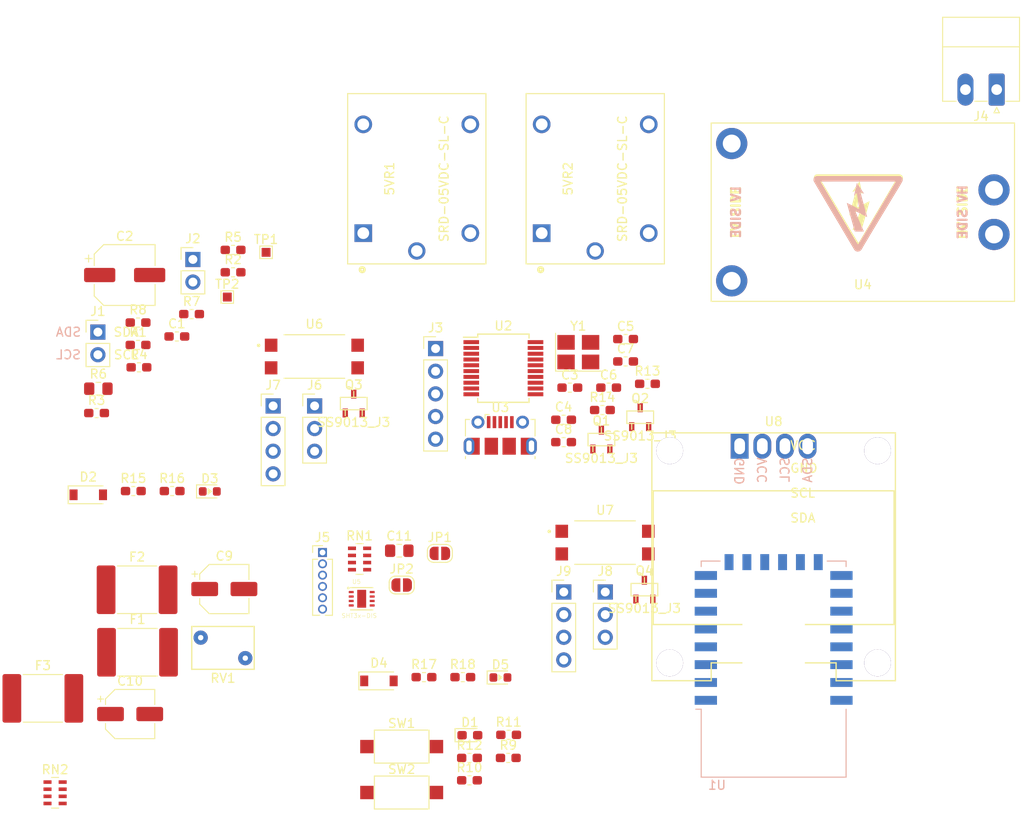
<source format=kicad_pcb>
(kicad_pcb (version 20171130) (host pcbnew 5.1.2-f72e74a~84~ubuntu18.04.1)
  (layers (0 F.Cu signal) (31 B.Cu signal) (34 B.Paste user) (35 F.Paste user) (36 B.SilkS user) (37 F.SilkS user) (38 B.Mask user) (39 F.Mask user) (44 Edge.Cuts user))
  (net 0 "")
  (net 1 /relay1/NC1)
  (net 2 /relay1/NO1)
  (net 3 "Net-(5VR1-PadA2)")
  (net 4 /relay1/COM1)
  (net 5 +5V)
  (net 6 /relay2/NC1)
  (net 7 /relay2/NO1)
  (net 8 "Net-(5VR2-PadA2)")
  (net 9 /relay2/COM1)
  (net 10 GND)
  (net 11 /ESP-12/nRST)
  (net 12 +3V3)
  (net 13 "Net-(C6-Pad1)")
  (net 14 "Net-(C7-Pad1)")
  (net 15 "Net-(C8-Pad1)")
  (net 16 "Net-(C10-Pad2)")
  (net 17 "Net-(D1-Pad2)")
  (net 18 /ESP-12/GPIO16)
  (net 19 /relay1/IN1)
  (net 20 "Net-(D3-Pad2)")
  (net 21 /relay2/IN1)
  (net 22 "Net-(D5-Pad2)")
  (net 23 "Net-(F1-Pad1)")
  (net 24 "Net-(F2-Pad2)")
  (net 25 "Net-(F2-Pad1)")
  (net 26 "Net-(F3-Pad2)")
  (net 27 /ESP-12/SCL)
  (net 28 /ESP-12/SDA)
  (net 29 /ESP-12/GPIO2)
  (net 30 /ESP-12/usb_to_uart/ID)
  (net 31 /ESP-12/usb_to_uart/USB_P)
  (net 32 /ESP-12/usb_to_uart/USB_N)
  (net 33 VBUS)
  (net 34 "Net-(J4-Pad2)")
  (net 35 /sensor/NRST)
  (net 36 /sensor/ALERT)
  (net 37 /sensor/SCL)
  (net 38 /sensor/SDA)
  (net 39 "Net-(JP1-Pad2)")
  (net 40 /sensor/ADDR)
  (net 41 "Net-(Q1-Pad1)")
  (net 42 /ESP-12/usb_to_uart/RTS)
  (net 43 "Net-(Q2-Pad1)")
  (net 44 /ESP-12/GPIO0)
  (net 45 /ESP-12/usb_to_uart/DTR)
  (net 46 "Net-(Q3-Pad1)")
  (net 47 "Net-(Q4-Pad1)")
  (net 48 /ESP-12/RXD)
  (net 49 /ESP-12/usb_to_uart/RXD0)
  (net 50 /ESP-12/EN)
  (net 51 /ESP-12/ADC)
  (net 52 /ESP-12/GPIO15)
  (net 53 "Net-(R10-Pad2)")
  (net 54 "Net-(R11-Pad2)")
  (net 55 "Net-(R15-Pad2)")
  (net 56 "Net-(R16-Pad2)")
  (net 57 "Net-(R17-Pad2)")
  (net 58 "Net-(R18-Pad2)")
  (net 59 /ssd1306/SDA)
  (net 60 /ssd1306/SCL)
  (net 61 /ESP-12/TXD)
  (module footprint-lib:OLED_096_12864_SSD1306_LOW (layer F.Cu) (at 40 50)
    (fp_text reference U8 (at 0 -2.77) (layer F.SilkS))
    (fp_text value SSD1306-OLED-I2C)
    (fp_text user GND (at 3.397238 2.4638) (layer F.SilkS))
    (fp_text user VCC (at 3.302 -0.0762) (layer F.SilkS))
    (fp_text user SCL (at 3.254381 5.2578) (layer F.SilkS))
    (fp_text user SDA (at 3.278191 8.0518) (layer F.SilkS))
    (fp_text user VCC (at -1.27 2.698762 90) (layer B.SilkS) (effects (justify mirror)))
    (fp_text user GND (at -3.81 2.794 90) (layer B.SilkS) (effects (justify mirror)))
    (fp_text user SDA (at 3.81 2.674952 90) (layer B.SilkS) (effects (justify mirror)))
    (fp_text user SCL (at 1.27 2.651143 90) (layer B.SilkS) (effects (justify mirror)))
    (pad GND thru_hole rect (at -3.81 0) (size 2 2.8) (drill oval 1.2 1.8) (layers *.Cu *.Mask) (net 10 GND))
    (pad VCC thru_hole oval (at -1.27 0) (size 2 2.8) (drill oval 1.2 1.8) (layers *.Cu *.Mask) (net 12 +3V3))
    (pad SCL thru_hole oval (at 1.27 0) (size 2 2.8) (drill oval 1.2 1.8) (layers *.Cu *.Mask) (net 60 /ssd1306/SCL))
    (pad SDA thru_hole oval (at 3.81 0) (size 2 2.8) (drill oval 1.2 1.8) (layers *.Cu *.Mask) (net 59 /ssd1306/SDA))
    (pad "" thru_hole circle (at -11.65 24.3) (size 3 3) (drill 3) (layers *.Cu *.Mask) (clearance 0.5))
    (pad "" thru_hole circle (at 11.65 24.3) (size 3 3) (drill 3) (layers *.Cu *.Mask) (clearance 0.5))
    (pad "" thru_hole circle (at -11.65 0.5) (size 3 3) (drill 3) (layers *.Cu *.Mask) (clearance 0.5))
    (pad "" thru_hole circle (at 11.65 0.5) (size 3 3) (drill 3) (layers *.Cu *.Mask) (clearance 0.5))
  )
  (module footprint-lib:OSC_3225 (layer F.Cu) (at 18.105 39.45)
    (fp_text reference Y1 (at 0 -2.925) (layer F.SilkS))
    (fp_text value O_12M,3225)
    (pad 1 smd rect (at -1.375 1.1) (size 1.95 1.65) (layers F.Cu F.Paste F.Mask) (net 15 "Net-(C8-Pad1)"))
    (pad 2 smd rect (at 1.375 1.1) (size 1.95 1.65) (layers F.Cu F.Paste F.Mask) (net 10 GND))
    (pad 3 smd rect (at 1.375 -1.1) (size 1.95 1.65) (layers F.Cu F.Paste F.Mask) (net 14 "Net-(C7-Pad1)"))
    (pad 2 smd rect (at -1.375 -1.1) (size 1.95 1.65) (layers F.Cu F.Paste F.Mask) (net 10 GND))
  )
  (module footprint-lib:EL817S1 (layer F.Cu) (at 21.1 60.81)
    (fp_text reference U7 (at 0 -3.635) (layer F.SilkS))
    (fp_text value EL817S1 hide)
    (pad 4 smd rect (at 4.85 -1.27 180) (size 1.41 1.47) (layers F.Cu F.Paste F.Mask) (net 5 +5V))
    (pad 3 smd rect (at 4.85 1.27 180) (size 1.41 1.47) (layers F.Cu F.Paste F.Mask) (net 58 "Net-(R18-Pad2)"))
    (pad 2 smd rect (at -4.85 1.27) (size 1.41 1.47) (layers F.Cu F.Paste F.Mask) (net 22 "Net-(D5-Pad2)"))
    (pad 1 smd rect (at -4.85 -1.27) (size 1.41 1.47) (layers F.Cu F.Paste F.Mask) (net 57 "Net-(R17-Pad2)"))
  )
  (module footprint-lib:EL817S1 (layer F.Cu) (at -11.48 39.94)
    (fp_text reference U6 (at 0 -3.635) (layer F.SilkS))
    (fp_text value EL817S1 hide)
    (pad 4 smd rect (at 4.85 -1.27 180) (size 1.41 1.47) (layers F.Cu F.Paste F.Mask) (net 5 +5V))
    (pad 3 smd rect (at 4.85 1.27 180) (size 1.41 1.47) (layers F.Cu F.Paste F.Mask) (net 56 "Net-(R16-Pad2)"))
    (pad 2 smd rect (at -4.85 1.27) (size 1.41 1.47) (layers F.Cu F.Paste F.Mask) (net 20 "Net-(D3-Pad2)"))
    (pad 1 smd rect (at -4.85 -1.27) (size 1.41 1.47) (layers F.Cu F.Paste F.Mask) (net 55 "Net-(R15-Pad2)"))
  )
  (module footprint-lib:SHT3x-DIS (layer F.Cu) (at -6.1765 67.1085)
    (fp_text reference U5 (at -0.583644 -1.91413) (layer F.SilkS) (effects (font (size 0.482349 0.482349) (thickness 0.05))))
    (fp_text value SHT3x-DIS (at -0.27733 1.90426) (layer F.SilkS) (effects (font (size 0.482296 0.482296) (thickness 0.05))))
    (pad PAD smd rect (at 0 0) (size 1 2) (layers F.Cu F.Paste F.Mask) (net 10 GND))
    (pad 5 smd rect (at 1.175 0.75) (size 0.55 0.25) (layers F.Cu F.Paste F.Mask) (net 12 +3V3))
    (pad 6 smd rect (at 1.175 0.25) (size 0.55 0.25) (layers F.Cu F.Paste F.Mask) (net 35 /sensor/NRST))
    (pad 7 smd rect (at 1.175 -0.25) (size 0.55 0.25) (layers F.Cu F.Paste F.Mask) (net 10 GND))
    (pad 8 smd rect (at 1.175 -0.75) (size 0.55 0.25) (layers F.Cu F.Paste F.Mask) (net 10 GND))
    (pad 4 smd rect (at -1.175 0.75) (size 0.55 0.25) (layers F.Cu F.Paste F.Mask) (net 37 /sensor/SCL))
    (pad 3 smd rect (at -1.175 0.25) (size 0.55 0.25) (layers F.Cu F.Paste F.Mask) (net 36 /sensor/ALERT))
    (pad 2 smd rect (at -1.175 -0.25) (size 0.55 0.25) (layers F.Cu F.Paste F.Mask) (net 40 /sensor/ADDR))
    (pad 1 smd rect (at -1.175 -0.75) (size 0.55 0.25) (layers F.Cu F.Paste F.Mask) (net 38 /sensor/SDA))
  )
  (module footprint-lib:HLK-PM03 (layer F.Cu) (at 50.000001 23.75 180)
    (fp_text reference U4 (at 0 -8.128) (layer F.SilkS))
    (fp_text value HLK-PM03)
    (fp_text user "LV SIDE" (at 14.224 0 270) (layer F.SilkS) (effects (font (thickness 0.25))))
    (fp_text user "LV SIDE" (at 14.224 0 270) (layer B.SilkS) (effects (font (thickness 0.25)) (justify mirror)))
    (fp_text user "HV SIDE" (at -11.176 0 270) (layer B.SilkS) (effects (font (thickness 0.25)) (justify mirror)))
    (fp_text user "HV SIDE" (at -11.176 0 90) (layer F.SilkS) (effects (font (thickness 0.25))))
    (pad 1 thru_hole circle (at -14.7 -2.5 180) (size 3.5 3.5) (drill 2) (layers *.Cu *.Mask) (net 34 "Net-(J4-Pad2)"))
    (pad 2 thru_hole circle (at -14.7 2.5 180) (size 3.5 3.5) (drill 2) (layers *.Cu *.Mask) (net 25 "Net-(F2-Pad1)"))
    (pad 3 thru_hole circle (at 14.7 -7.7 180) (size 3.5 3.5) (drill 2) (layers *.Cu *.Mask) (net 16 "Net-(C10-Pad2)"))
    (pad 4 thru_hole circle (at 14.7 7.7 180) (size 3.5 3.5) (drill 2) (layers *.Cu *.Mask) (net 23 "Net-(F1-Pad1)"))
  )
  (module footprint-lib:USB_Micro-B_Molex-105017-0001 (layer F.Cu) (at 9.355 48.76)
    (fp_text reference U3 (at 0 -3.1125) (layer F.SilkS))
    (fp_text value USB_Micro)
    (pad 6 smd rect (at -2.9 1.2375) (size 1.2 1.9) (layers F.Cu F.Mask) (net 10 GND))
    (pad 7 smd rect (at 2.9 1.2375) (size 1.2 1.9) (layers F.Cu F.Mask) (net 10 GND))
    (pad 7 thru_hole oval (at 3.5 1.2375) (size 1.2 1.9) (drill oval 0.6 1.3) (layers *.Cu *.Mask) (net 10 GND))
    (pad 6 thru_hole oval (at -3.5 1.2375 180) (size 1.2 1.9) (drill oval 0.6 1.3) (layers *.Cu *.Mask) (net 10 GND))
    (pad 6 smd rect (at -1 1.2375) (size 1.5 1.9) (layers F.Cu F.Paste F.Mask) (net 10 GND))
    (pad 9 thru_hole circle (at 2.5 -1.4625) (size 1.45 1.45) (drill 0.85) (layers *.Cu *.Mask) (net 10 GND))
    (pad 3 smd rect (at 0 -1.4625) (size 0.4 1.35) (layers F.Cu F.Paste F.Mask) (net 31 /ESP-12/usb_to_uart/USB_P))
    (pad 4 smd rect (at 0.65 -1.4625) (size 0.4 1.35) (layers F.Cu F.Paste F.Mask) (net 30 /ESP-12/usb_to_uart/ID))
    (pad 5 smd rect (at 1.3 -1.4625) (size 0.4 1.35) (layers F.Cu F.Paste F.Mask) (net 10 GND))
    (pad 1 smd rect (at -1.3 -1.4625) (size 0.4 1.35) (layers F.Cu F.Paste F.Mask) (net 33 VBUS))
    (pad 2 smd rect (at -0.65 -1.4625) (size 0.4 1.35) (layers F.Cu F.Paste F.Mask) (net 32 /ESP-12/usb_to_uart/USB_N))
    (pad 8 thru_hole circle (at -2.5 -1.4625) (size 1.45 1.45) (drill 0.85) (layers *.Cu *.Mask) (net 10 GND))
    (pad 7 smd rect (at 1 1.2375) (size 1.5 1.9) (layers F.Cu F.Paste F.Mask) (net 10 GND))
  )
  (module footprint-lib:CH340T_SSOP-20 (layer F.Cu) (at 9.705 41.25)
    (fp_text reference U2 (at 0 -4.75) (layer F.SilkS))
    (fp_text value CH340T)
    (pad 20 smd rect (at 3.6 -2.925) (size 1.75 0.45) (layers F.Cu F.Paste F.Mask))
    (pad 19 smd rect (at 3.6 -2.275) (size 1.75 0.45) (layers F.Cu F.Paste F.Mask) (net 5 +5V))
    (pad 18 smd rect (at 3.6 -1.625) (size 1.75 0.45) (layers F.Cu F.Paste F.Mask))
    (pad 17 smd rect (at 3.6 -0.975) (size 1.75 0.45) (layers F.Cu F.Paste F.Mask))
    (pad 16 smd rect (at 3.6 -0.325) (size 1.75 0.45) (layers F.Cu F.Paste F.Mask) (net 42 /ESP-12/usb_to_uart/RTS))
    (pad 15 smd rect (at 3.6 0.325) (size 1.75 0.45) (layers F.Cu F.Paste F.Mask) (net 45 /ESP-12/usb_to_uart/DTR))
    (pad 14 smd rect (at 3.6 0.975) (size 1.75 0.45) (layers F.Cu F.Paste F.Mask))
    (pad 13 smd rect (at 3.6 1.625) (size 1.75 0.45) (layers F.Cu F.Paste F.Mask))
    (pad 12 smd rect (at 3.6 2.275) (size 1.75 0.45) (layers F.Cu F.Paste F.Mask))
    (pad 11 smd rect (at 3.6 2.925) (size 1.75 0.45) (layers F.Cu F.Paste F.Mask))
    (pad 10 smd rect (at -3.6 2.925) (size 1.75 0.45) (layers F.Cu F.Paste F.Mask) (net 15 "Net-(C8-Pad1)"))
    (pad 9 smd rect (at -3.6 2.275) (size 1.75 0.45) (layers F.Cu F.Paste F.Mask) (net 14 "Net-(C7-Pad1)"))
    (pad 8 smd rect (at -3.6 1.625) (size 1.75 0.45) (layers F.Cu F.Paste F.Mask) (net 10 GND))
    (pad 7 smd rect (at -3.6 0.975) (size 1.75 0.45) (layers F.Cu F.Paste F.Mask) (net 32 /ESP-12/usb_to_uart/USB_N))
    (pad 6 smd rect (at -3.6 0.325) (size 1.75 0.45) (layers F.Cu F.Paste F.Mask) (net 31 /ESP-12/usb_to_uart/USB_P))
    (pad 5 smd rect (at -3.6 -0.325) (size 1.75 0.45) (layers F.Cu F.Paste F.Mask) (net 13 "Net-(C6-Pad1)"))
    (pad 4 smd rect (at -3.6 -0.975) (size 1.75 0.45) (layers F.Cu F.Paste F.Mask) (net 49 /ESP-12/usb_to_uart/RXD0))
    (pad 3 smd rect (at -3.6 -1.625) (size 1.75 0.45) (layers F.Cu F.Paste F.Mask) (net 61 /ESP-12/TXD))
    (pad 2 smd rect (at -3.6 -2.275) (size 1.75 0.45) (layers F.Cu F.Paste F.Mask))
    (pad 1 smd rect (at -3.6 -2.925) (size 1.75 0.45) (layers F.Cu F.Paste F.Mask))
  )
  (module footprint-lib:ESP-12E (layer B.Cu) (at 40 75)
    (fp_text reference U1 (at -6.35 13.0175) (layer B.SilkS) (effects (justify mirror)))
    (fp_text value ESP12)
    (pad "" np_thru_hole oval (at 0 -3.048 270) (size 12 7) (drill oval 12 7) (layers *.Cu *.Mask) (clearance 1))
    (pad 1 smd rect (at -7.6 3.5) (size 2.5 1) (layers B.Cu B.Paste B.Mask) (net 11 /ESP-12/nRST))
    (pad 2 smd rect (at -7.6 1.5) (size 2.5 1) (layers B.Cu B.Paste B.Mask) (net 51 /ESP-12/ADC))
    (pad 3 smd rect (at -7.6 -0.5) (size 2.5 1) (layers B.Cu B.Paste B.Mask) (net 50 /ESP-12/EN))
    (pad 4 smd rect (at -7.6 -2.5) (size 2.5 1) (layers B.Cu B.Paste B.Mask) (net 18 /ESP-12/GPIO16))
    (pad 5 smd rect (at -7.6 -4.5) (size 2.5 1) (layers B.Cu B.Paste B.Mask))
    (pad 6 smd rect (at -7.6 -6.5) (size 2.5 1) (layers B.Cu B.Paste B.Mask))
    (pad 7 smd rect (at -7.6 -8.5) (size 2.5 1) (layers B.Cu B.Paste B.Mask))
    (pad 8 smd rect (at -7.6 -10.5) (size 2.5 1) (layers B.Cu B.Paste B.Mask) (net 12 +3V3))
    (pad 9 smd rect (at -5 -12) (size 1 1.8) (layers B.Cu B.Paste B.Mask))
    (pad 10 smd rect (at -3 -12) (size 1 1.8) (layers B.Cu B.Paste B.Mask))
    (pad 11 smd rect (at -1 -12) (size 1 1.8) (layers B.Cu B.Paste B.Mask))
    (pad 12 smd rect (at 1 -12) (size 1 1.8) (layers B.Cu B.Paste B.Mask))
    (pad 13 smd rect (at 3 -12) (size 1 1.8) (layers B.Cu B.Paste B.Mask))
    (pad 14 smd rect (at 5 -12) (size 1 1.8) (layers B.Cu B.Paste B.Mask))
    (pad 15 smd rect (at 7.6 -10.5) (size 2.5 1) (layers B.Cu B.Paste B.Mask) (net 10 GND))
    (pad 16 smd rect (at 7.6 -8.5) (size 2.5 1) (layers B.Cu B.Paste B.Mask) (net 52 /ESP-12/GPIO15))
    (pad 17 smd rect (at 7.6 -6.5) (size 2.5 1) (layers B.Cu B.Paste B.Mask) (net 29 /ESP-12/GPIO2))
    (pad 18 smd rect (at 7.6 -4.5) (size 2.5 1) (layers B.Cu B.Paste B.Mask) (net 44 /ESP-12/GPIO0))
    (pad 19 smd rect (at 7.6 -2.5) (size 2.5 1) (layers B.Cu B.Paste B.Mask) (net 28 /ESP-12/SDA))
    (pad 20 smd rect (at 7.6 -0.5) (size 2.5 1) (layers B.Cu B.Paste B.Mask) (net 27 /ESP-12/SCL))
    (pad 21 smd rect (at 7.6 1.5) (size 2.5 1) (layers B.Cu B.Paste B.Mask) (net 48 /ESP-12/RXD))
    (pad 22 smd rect (at 7.6 3.5) (size 2.5 1) (layers B.Cu B.Paste B.Mask) (net 61 /ESP-12/TXD))
  )
  (module TestPoint:TestPoint_Pad_1.0x1.0mm (layer F.Cu) (at -21.245 33.27)
    (fp_text reference TP2 (at 0 -1.448) (layer F.SilkS))
    (fp_text value TP_TXD)
    (pad 1 smd rect (at 0 0) (size 1 1) (layers F.Cu F.Mask) (net 61 /ESP-12/TXD))
  )
  (module TestPoint:TestPoint_Pad_1.0x1.0mm (layer F.Cu) (at -16.895 28.25)
    (fp_text reference TP1 (at 0 -1.448) (layer F.SilkS))
    (fp_text value TP_RXD)
    (pad 1 smd rect (at 0 0) (size 1 1) (layers F.Cu F.Mask) (net 48 /ESP-12/RXD))
  )
  (module footprint-lib:SW_SPST_CK_RS282G05A3 (layer F.Cu) (at -1.695 88.84)
    (fp_text reference SW2 (at 0 -2.6) (layer F.SilkS))
    (fp_text value SW_RESET,2_leg,SMD)
    (pad 2 smd rect (at 3.9 0) (size 1.5 1.5) (layers F.Cu F.Paste F.Mask) (net 10 GND))
    (pad 1 smd rect (at -3.9 0) (size 1.5 1.5) (layers F.Cu F.Paste F.Mask) (net 54 "Net-(R11-Pad2)"))
  )
  (module footprint-lib:SW_SPST_CK_RS282G05A3 (layer F.Cu) (at -1.695 83.69)
    (fp_text reference SW1 (at 0 -2.6) (layer F.SilkS))
    (fp_text value FLASH_BUTTON)
    (pad 2 smd rect (at 3.9 0) (size 1.5 1.5) (layers F.Cu F.Paste F.Mask) (net 10 GND))
    (pad 1 smd rect (at -3.9 0) (size 1.5 1.5) (layers F.Cu F.Paste F.Mask) (net 53 "Net-(R10-Pad2)"))
  )
  (module Varistor:RV_Disc_D7mm_W4.8mm_P5mm (layer F.Cu) (at -24.225 71.47)
    (fp_text reference RV1 (at 2.5 4.55) (layer F.SilkS))
    (fp_text value Varistor)
    (pad 2 thru_hole circle (at 5 2.3) (size 1.6 1.6) (drill 0.6) (layers *.Cu *.Mask) (net 25 "Net-(F2-Pad1)"))
    (pad 1 thru_hole circle (at 0 0) (size 1.6 1.6) (drill 0.6) (layers *.Cu *.Mask) (net 34 "Net-(J4-Pad2)"))
  )
  (module Resistor_SMD:R_Array_Concave_4x0603 (layer F.Cu) (at -40.545 88.87)
    (fp_text reference RN2 (at 0 -2.6) (layer F.SilkS))
    (fp_text value RN_472,0603)
    (pad 5 smd rect (at 0.85 1.2) (size 0.9 0.4) (layers F.Cu F.Paste F.Mask) (net 12 +3V3))
    (pad 6 smd rect (at 0.85 0.4) (size 0.9 0.4) (layers F.Cu F.Paste F.Mask) (net 12 +3V3))
    (pad 7 smd rect (at 0.85 -0.4) (size 0.9 0.4) (layers F.Cu F.Paste F.Mask) (net 12 +3V3))
    (pad 8 smd rect (at 0.85 -1.2) (size 0.9 0.4) (layers F.Cu F.Paste F.Mask) (net 12 +3V3))
    (pad 4 smd rect (at -0.85 1.2) (size 0.9 0.4) (layers F.Cu F.Paste F.Mask))
    (pad 1 smd rect (at -0.85 -1.2) (size 0.9 0.4) (layers F.Cu F.Paste F.Mask) (net 59 /ssd1306/SDA))
    (pad 3 smd rect (at -0.85 0.4) (size 0.9 0.4) (layers F.Cu F.Paste F.Mask))
    (pad 2 smd rect (at -0.85 -0.4) (size 0.9 0.4) (layers F.Cu F.Paste F.Mask) (net 60 /ssd1306/SCL))
  )
  (module Resistor_SMD:R_Array_Concave_4x0603 (layer F.Cu) (at -6.415 62.65)
    (fp_text reference RN1 (at 0 -2.6) (layer F.SilkS))
    (fp_text value RN_472,0603)
    (pad 5 smd rect (at 0.85 1.2) (size 0.9 0.4) (layers F.Cu F.Paste F.Mask) (net 12 +3V3))
    (pad 6 smd rect (at 0.85 0.4) (size 0.9 0.4) (layers F.Cu F.Paste F.Mask) (net 12 +3V3))
    (pad 7 smd rect (at 0.85 -0.4) (size 0.9 0.4) (layers F.Cu F.Paste F.Mask) (net 39 "Net-(JP1-Pad2)"))
    (pad 8 smd rect (at 0.85 -1.2) (size 0.9 0.4) (layers F.Cu F.Paste F.Mask) (net 39 "Net-(JP1-Pad2)"))
    (pad 4 smd rect (at -0.85 1.2) (size 0.9 0.4) (layers F.Cu F.Paste F.Mask) (net 35 /sensor/NRST))
    (pad 1 smd rect (at -0.85 -1.2) (size 0.9 0.4) (layers F.Cu F.Paste F.Mask) (net 38 /sensor/SDA))
    (pad 3 smd rect (at -0.85 0.4) (size 0.9 0.4) (layers F.Cu F.Paste F.Mask) (net 40 /sensor/ADDR))
    (pad 2 smd rect (at -0.85 -0.4) (size 0.9 0.4) (layers F.Cu F.Paste F.Mask) (net 37 /sensor/SCL))
  )
  (module Resistor_SMD:R_0603_1608Metric_Pad1.05x0.95mm_HandSolder (layer F.Cu) (at 5.155 75.9)
    (fp_text reference R18 (at 0 -1.43) (layer F.SilkS))
    (fp_text value R511,0603)
    (pad 2 smd roundrect (at 0.875 0) (size 1.05 0.95) (layers F.Cu F.Paste F.Mask) (net 58 "Net-(R18-Pad2)"))
    (pad 1 smd roundrect (at -0.875 0) (size 1.05 0.95) (layers F.Cu F.Paste F.Mask) (net 47 "Net-(Q4-Pad1)"))
  )
  (module Resistor_SMD:R_0603_1608Metric_Pad1.05x0.95mm_HandSolder (layer F.Cu) (at 0.805 75.9)
    (fp_text reference R17 (at 0 -1.43) (layer F.SilkS))
    (fp_text value R102,0603)
    (pad 2 smd roundrect (at 0.875 0) (size 1.05 0.95) (layers F.Cu F.Paste F.Mask) (net 57 "Net-(R17-Pad2)"))
    (pad 1 smd roundrect (at -0.875 0) (size 1.05 0.95) (layers F.Cu F.Paste F.Mask) (net 12 +3V3))
  )
  (module Resistor_SMD:R_0603_1608Metric_Pad1.05x0.95mm_HandSolder (layer F.Cu) (at -27.425 55.03)
    (fp_text reference R16 (at 0 -1.43) (layer F.SilkS))
    (fp_text value R511,0603)
    (pad 2 smd roundrect (at 0.875 0) (size 1.05 0.95) (layers F.Cu F.Paste F.Mask) (net 56 "Net-(R16-Pad2)"))
    (pad 1 smd roundrect (at -0.875 0) (size 1.05 0.95) (layers F.Cu F.Paste F.Mask) (net 46 "Net-(Q3-Pad1)"))
  )
  (module Resistor_SMD:R_0603_1608Metric_Pad1.05x0.95mm_HandSolder (layer F.Cu) (at -31.775 55.03)
    (fp_text reference R15 (at 0 -1.43) (layer F.SilkS))
    (fp_text value R102,0603)
    (pad 2 smd roundrect (at 0.875 0) (size 1.05 0.95) (layers F.Cu F.Paste F.Mask) (net 55 "Net-(R15-Pad2)"))
    (pad 1 smd roundrect (at -0.875 0) (size 1.05 0.95) (layers F.Cu F.Paste F.Mask) (net 12 +3V3))
  )
  (module Resistor_SMD:R_0603_1608Metric_Pad1.05x0.95mm_HandSolder (layer F.Cu) (at 20.805 45.94)
    (fp_text reference R14 (at 0 -1.43) (layer F.SilkS))
    (fp_text value R123,0603)
    (pad 2 smd roundrect (at 0.875 0) (size 1.05 0.95) (layers F.Cu F.Paste F.Mask) (net 43 "Net-(Q2-Pad1)"))
    (pad 1 smd roundrect (at -0.875 0) (size 1.05 0.95) (layers F.Cu F.Paste F.Mask) (net 42 /ESP-12/usb_to_uart/RTS))
  )
  (module Resistor_SMD:R_0603_1608Metric_Pad1.05x0.95mm_HandSolder (layer F.Cu) (at 25.855 43)
    (fp_text reference R13 (at 0 -1.43) (layer F.SilkS))
    (fp_text value R123,0603)
    (pad 2 smd roundrect (at 0.875 0) (size 1.05 0.95) (layers F.Cu F.Paste F.Mask) (net 41 "Net-(Q1-Pad1)"))
    (pad 1 smd roundrect (at -0.875 0) (size 1.05 0.95) (layers F.Cu F.Paste F.Mask) (net 45 /ESP-12/usb_to_uart/DTR))
  )
  (module Resistor_SMD:R_0603_1608Metric_Pad1.05x0.95mm_HandSolder (layer F.Cu) (at 5.905 84.96)
    (fp_text reference R12 (at 0 -1.43) (layer F.SilkS))
    (fp_text value R471,0603)
    (pad 2 smd roundrect (at 0.875 0) (size 1.05 0.95) (layers F.Cu F.Paste F.Mask) (net 54 "Net-(R11-Pad2)"))
    (pad 1 smd roundrect (at -0.875 0) (size 1.05 0.95) (layers F.Cu F.Paste F.Mask) (net 11 /ESP-12/nRST))
  )
  (module Resistor_SMD:R_0603_1608Metric_Pad1.05x0.95mm_HandSolder (layer F.Cu) (at 10.295 82.37)
    (fp_text reference R11 (at 0 -1.43) (layer F.SilkS))
    (fp_text value R0,0603)
    (pad 2 smd roundrect (at 0.875 0) (size 1.05 0.95) (layers F.Cu F.Paste F.Mask) (net 54 "Net-(R11-Pad2)"))
    (pad 1 smd roundrect (at -0.875 0) (size 1.05 0.95) (layers F.Cu F.Paste F.Mask) (net 18 /ESP-12/GPIO16))
  )
  (module Resistor_SMD:R_0603_1608Metric_Pad1.05x0.95mm_HandSolder (layer F.Cu) (at 5.905 87.47)
    (fp_text reference R10 (at 0 -1.43) (layer F.SilkS))
    (fp_text value R471,0603)
    (pad 2 smd roundrect (at 0.875 0) (size 1.05 0.95) (layers F.Cu F.Paste F.Mask) (net 53 "Net-(R10-Pad2)"))
    (pad 1 smd roundrect (at -0.875 0) (size 1.05 0.95) (layers F.Cu F.Paste F.Mask) (net 44 /ESP-12/GPIO0))
  )
  (module Resistor_SMD:R_0603_1608Metric_Pad1.05x0.95mm_HandSolder (layer F.Cu) (at 10.255 84.96)
    (fp_text reference R9 (at 0 -1.43) (layer F.SilkS))
    (fp_text value R471,0603)
    (pad 2 smd roundrect (at 0.875 0) (size 1.05 0.95) (layers F.Cu F.Paste F.Mask) (net 17 "Net-(D1-Pad2)"))
    (pad 1 smd roundrect (at -0.875 0) (size 1.05 0.95) (layers F.Cu F.Paste F.Mask) (net 12 +3V3))
  )
  (module Resistor_SMD:R_0603_1608Metric_Pad1.05x0.95mm_HandSolder (layer F.Cu) (at -31.245 36.13)
    (fp_text reference R8 (at 0 -1.43) (layer F.SilkS))
    (fp_text value R104,0603)
    (pad 2 smd roundrect (at 0.875 0) (size 1.05 0.95) (layers F.Cu F.Paste F.Mask) (net 10 GND))
    (pad 1 smd roundrect (at -0.875 0) (size 1.05 0.95) (layers F.Cu F.Paste F.Mask) (net 51 /ESP-12/ADC))
  )
  (module Resistor_SMD:R_0603_1608Metric_Pad1.05x0.95mm_HandSolder (layer F.Cu) (at -25.245 35.18)
    (fp_text reference R7 (at 0 -1.43) (layer F.SilkS))
    (fp_text value R123,0603)
    (pad 2 smd roundrect (at 0.875 0) (size 1.05 0.95) (layers F.Cu F.Paste F.Mask) (net 52 /ESP-12/GPIO15))
    (pad 1 smd roundrect (at -0.875 0) (size 1.05 0.95) (layers F.Cu F.Paste F.Mask) (net 10 GND))
  )
  (module Resistor_SMD:R_0805_2012Metric_Pad1.15x1.40mm_HandSolder (layer F.Cu) (at -35.695 43.55)
    (fp_text reference R6 (at 0 -1.65) (layer F.SilkS))
    (fp_text value R224,0805)
    (pad 2 smd roundrect (at 1.025 0) (size 1.15 1.4) (layers F.Cu F.Paste F.Mask) (roundrect_rratio 0.217391) (net 51 /ESP-12/ADC))
    (pad 1 smd roundrect (at -1.025 0) (size 1.15 1.4) (layers F.Cu F.Paste F.Mask) (roundrect_rratio 0.217391))
  )
  (module Resistor_SMD:R_0603_1608Metric_Pad1.05x0.95mm_HandSolder (layer F.Cu) (at -20.595 27.98)
    (fp_text reference R5 (at 0 -1.43) (layer F.SilkS))
    (fp_text value R123,0603)
    (pad 2 smd roundrect (at 0.875 0) (size 1.05 0.95) (layers F.Cu F.Paste F.Mask) (net 12 +3V3))
    (pad 1 smd roundrect (at -0.875 0) (size 1.05 0.95) (layers F.Cu F.Paste F.Mask) (net 11 /ESP-12/nRST))
  )
  (module Resistor_SMD:R_0603_1608Metric_Pad1.05x0.95mm_HandSolder (layer F.Cu) (at -31.145 41.15)
    (fp_text reference R4 (at 0 -1.43) (layer F.SilkS))
    (fp_text value R123,0603)
    (pad 2 smd roundrect (at 0.875 0) (size 1.05 0.95) (layers F.Cu F.Paste F.Mask) (net 12 +3V3))
    (pad 1 smd roundrect (at -0.875 0) (size 1.05 0.95) (layers F.Cu F.Paste F.Mask) (net 50 /ESP-12/EN))
  )
  (module Resistor_SMD:R_0603_1608Metric_Pad1.05x0.95mm_HandSolder (layer F.Cu) (at -35.895 46.28)
    (fp_text reference R3 (at 0 -1.43) (layer F.SilkS))
    (fp_text value R123,0603)
    (pad 2 smd roundrect (at 0.875 0) (size 1.05 0.95) (layers F.Cu F.Paste F.Mask) (net 12 +3V3))
    (pad 1 smd roundrect (at -0.875 0) (size 1.05 0.95) (layers F.Cu F.Paste F.Mask) (net 29 /ESP-12/GPIO2))
  )
  (module Resistor_SMD:R_0603_1608Metric_Pad1.05x0.95mm_HandSolder (layer F.Cu) (at -20.595 30.49)
    (fp_text reference R2 (at 0 -1.43) (layer F.SilkS))
    (fp_text value R123,0603)
    (pad 2 smd roundrect (at 0.875 0) (size 1.05 0.95) (layers F.Cu F.Paste F.Mask) (net 12 +3V3))
    (pad 1 smd roundrect (at -0.875 0) (size 1.05 0.95) (layers F.Cu F.Paste F.Mask) (net 44 /ESP-12/GPIO0))
  )
  (module Resistor_SMD:R_0603_1608Metric_Pad1.05x0.95mm_HandSolder (layer F.Cu) (at -31.245 38.64)
    (fp_text reference R1 (at 0 -1.43) (layer F.SilkS))
    (fp_text value R471,0603)
    (pad 2 smd roundrect (at 0.875 0) (size 1.05 0.95) (layers F.Cu F.Paste F.Mask) (net 48 /ESP-12/RXD))
    (pad 1 smd roundrect (at -0.875 0) (size 1.05 0.95) (layers F.Cu F.Paste F.Mask) (net 49 /ESP-12/usb_to_uart/RXD0))
  )
  (module footprint-lib:9013,J3,SOT23 (layer F.Cu) (at 25.5121 66.084999)
    (fp_text reference Q4 (at 0 -2.1) (layer F.SilkS))
    (fp_text value SS9013_J3 (at 0 2.1) (layer F.SilkS))
    (pad 1 smd rect (at -0.95 1.06) (size 0.6 1) (layers F.Cu F.Paste F.Mask) (net 47 "Net-(Q4-Pad1)"))
    (pad 3 smd rect (at 0 -1.06) (size 0.6 1) (layers F.Cu F.Paste F.Mask) (net 8 "Net-(5VR2-PadA2)"))
    (pad 2 smd rect (at 0.95 1.06) (size 0.6 1) (layers F.Cu F.Paste F.Mask) (net 10 GND))
  )
  (module footprint-lib:9013,J3,SOT23 (layer F.Cu) (at -7.0679 45.214999)
    (fp_text reference Q3 (at 0 -2.1) (layer F.SilkS))
    (fp_text value SS9013_J3 (at 0 2.1) (layer F.SilkS))
    (pad 1 smd rect (at -0.95 1.06) (size 0.6 1) (layers F.Cu F.Paste F.Mask) (net 46 "Net-(Q3-Pad1)"))
    (pad 3 smd rect (at 0 -1.06) (size 0.6 1) (layers F.Cu F.Paste F.Mask) (net 3 "Net-(5VR1-PadA2)"))
    (pad 2 smd rect (at 0.95 1.06) (size 0.6 1) (layers F.Cu F.Paste F.Mask) (net 10 GND))
  )
  (module footprint-lib:9013,J3,SOT23 (layer F.Cu) (at 25.0421 46.744999)
    (fp_text reference Q2 (at 0 -2.1) (layer F.SilkS))
    (fp_text value SS9013_J3 (at 0 2.1) (layer F.SilkS))
    (pad 1 smd rect (at -0.95 1.06) (size 0.6 1) (layers F.Cu F.Paste F.Mask) (net 43 "Net-(Q2-Pad1)"))
    (pad 3 smd rect (at 0 -1.06) (size 0.6 1) (layers F.Cu F.Paste F.Mask) (net 44 /ESP-12/GPIO0))
    (pad 2 smd rect (at 0.95 1.06) (size 0.6 1) (layers F.Cu F.Paste F.Mask) (net 45 /ESP-12/usb_to_uart/DTR))
  )
  (module footprint-lib:9013,J3,SOT23 (layer F.Cu) (at 20.6921 49.254999)
    (fp_text reference Q1 (at 0 -2.1) (layer F.SilkS))
    (fp_text value SS9013_J3 (at 0 2.1) (layer F.SilkS))
    (pad 1 smd rect (at -0.95 1.06) (size 0.6 1) (layers F.Cu F.Paste F.Mask) (net 41 "Net-(Q1-Pad1)"))
    (pad 3 smd rect (at 0 -1.06) (size 0.6 1) (layers F.Cu F.Paste F.Mask) (net 11 /ESP-12/nRST))
    (pad 2 smd rect (at 0.95 1.06) (size 0.6 1) (layers F.Cu F.Paste F.Mask) (net 42 /ESP-12/usb_to_uart/RTS))
  )
  (module Jumper:SolderJumper-2_P1.3mm_Open_RoundedPad1.0x1.5mm (layer F.Cu) (at -1.695 65.57)
    (fp_text reference JP2 (at 0 -1.8) (layer F.SilkS))
    (fp_text value J_ADDR)
    (pad 2 smd custom (at 0.65 0) (size 1 0.5) (layers F.Cu F.Mask) (net 10 GND) (options (clearance outline) (anchor rect)) (primitives (gr_circle (center 0 0.25) (end 0.5 0.25) (width 0)) (gr_circle (center 0 -0.25) (end 0.5 -0.25) (width 0)) (gr_poly (pts (xy 0 -0.75) (xy -0.5 -0.75) (xy -0.5 0.75) (xy 0 0.75)) (width 0))))
    (pad 1 smd custom (at -0.65 0) (size 1 0.5) (layers F.Cu F.Mask) (net 40 /sensor/ADDR) (options (clearance outline) (anchor rect)) (primitives (gr_circle (center 0 0.25) (end 0.5 0.25) (width 0)) (gr_circle (center 0 -0.25) (end 0.5 -0.25) (width 0)) (gr_poly (pts (xy 0 -0.75) (xy 0.5 -0.75) (xy 0.5 0.75) (xy 0 0.75)) (width 0))))
  )
  (module Jumper:SolderJumper-2_P1.3mm_Open_RoundedPad1.0x1.5mm (layer F.Cu) (at 2.585 62.02)
    (fp_text reference JP1 (at 0 -1.8) (layer F.SilkS))
    (fp_text value SolderJumper_2_Open_round)
    (pad 2 smd custom (at 0.65 0) (size 1 0.5) (layers F.Cu F.Mask) (net 39 "Net-(JP1-Pad2)") (options (clearance outline) (anchor rect)) (primitives (gr_circle (center 0 0.25) (end 0.5 0.25) (width 0)) (gr_circle (center 0 -0.25) (end 0.5 -0.25) (width 0)) (gr_poly (pts (xy 0 -0.75) (xy -0.5 -0.75) (xy -0.5 0.75) (xy 0 0.75)) (width 0))))
    (pad 1 smd custom (at -0.65 0) (size 1 0.5) (layers F.Cu F.Mask) (net 12 +3V3) (options (clearance outline) (anchor rect)) (primitives (gr_circle (center 0 0.25) (end 0.5 0.25) (width 0)) (gr_circle (center 0 -0.25) (end 0.5 -0.25) (width 0)) (gr_poly (pts (xy 0 -0.75) (xy 0.5 -0.75) (xy 0.5 0.75) (xy 0 0.75)) (width 0))))
  )
  (module Connector_PinHeader_2.54mm:PinHeader_1x04_P2.54mm_Vertical (layer F.Cu) (at 16.475 66.35)
    (fp_text reference J9 (at 0 -2.33) (layer F.SilkS))
    (fp_text value RELAY_HEADER)
    (pad 4 thru_hole oval (at 0 7.62) (size 1.7 1.7) (drill 1) (layers *.Cu *.Mask) (net 21 /relay2/IN1))
    (pad 3 thru_hole oval (at 0 5.08) (size 1.7 1.7) (drill 1) (layers *.Cu *.Mask) (net 12 +3V3))
    (pad 2 thru_hole oval (at 0 2.54) (size 1.7 1.7) (drill 1) (layers *.Cu *.Mask) (net 5 +5V))
    (pad 1 thru_hole rect (at 0 0) (size 1.7 1.7) (drill 1) (layers *.Cu *.Mask) (net 10 GND))
  )
  (module Connector_PinHeader_2.54mm:PinHeader_1x03_P2.54mm_Vertical (layer F.Cu) (at 21.125 66.35)
    (fp_text reference J8 (at 0 -2.33) (layer F.SilkS))
    (fp_text value RELAY_OUT_HEADER)
    (pad 3 thru_hole oval (at 0 5.08) (size 1.7 1.7) (drill 1) (layers *.Cu *.Mask) (net 7 /relay2/NO1))
    (pad 2 thru_hole oval (at 0 2.54) (size 1.7 1.7) (drill 1) (layers *.Cu *.Mask) (net 6 /relay2/NC1))
    (pad 1 thru_hole rect (at 0 0) (size 1.7 1.7) (drill 1) (layers *.Cu *.Mask) (net 9 /relay2/COM1))
  )
  (module Connector_PinHeader_2.54mm:PinHeader_1x04_P2.54mm_Vertical (layer F.Cu) (at -16.105 45.48)
    (fp_text reference J7 (at 0 -2.33) (layer F.SilkS))
    (fp_text value RELAY_HEADER)
    (pad 4 thru_hole oval (at 0 7.62) (size 1.7 1.7) (drill 1) (layers *.Cu *.Mask) (net 19 /relay1/IN1))
    (pad 3 thru_hole oval (at 0 5.08) (size 1.7 1.7) (drill 1) (layers *.Cu *.Mask) (net 12 +3V3))
    (pad 2 thru_hole oval (at 0 2.54) (size 1.7 1.7) (drill 1) (layers *.Cu *.Mask) (net 5 +5V))
    (pad 1 thru_hole rect (at 0 0) (size 1.7 1.7) (drill 1) (layers *.Cu *.Mask) (net 10 GND))
  )
  (module Connector_PinHeader_2.54mm:PinHeader_1x03_P2.54mm_Vertical (layer F.Cu) (at -11.455 45.48)
    (fp_text reference J6 (at 0 -2.33) (layer F.SilkS))
    (fp_text value RELAY_OUT_HEADER)
    (pad 3 thru_hole oval (at 0 5.08) (size 1.7 1.7) (drill 1) (layers *.Cu *.Mask) (net 2 /relay1/NO1))
    (pad 2 thru_hole oval (at 0 2.54) (size 1.7 1.7) (drill 1) (layers *.Cu *.Mask) (net 1 /relay1/NC1))
    (pad 1 thru_hole rect (at 0 0) (size 1.7 1.7) (drill 1) (layers *.Cu *.Mask) (net 4 /relay1/COM1))
  )
  (module Connector_PinHeader_1.27mm:PinHeader_1x06_P1.27mm_Vertical (layer F.Cu) (at -10.565 61.92)
    (fp_text reference J5 (at 0 -1.695) (layer F.SilkS))
    (fp_text value SHT3x_HEADER)
    (pad 6 thru_hole oval (at 0 6.35) (size 1 1) (drill 0.65) (layers *.Cu *.Mask) (net 35 /sensor/NRST))
    (pad 5 thru_hole oval (at 0 5.08) (size 1 1) (drill 0.65) (layers *.Cu *.Mask) (net 36 /sensor/ALERT))
    (pad 4 thru_hole oval (at 0 3.81) (size 1 1) (drill 0.65) (layers *.Cu *.Mask) (net 37 /sensor/SCL))
    (pad 3 thru_hole oval (at 0 2.54) (size 1 1) (drill 0.65) (layers *.Cu *.Mask) (net 38 /sensor/SDA))
    (pad 2 thru_hole oval (at 0 1.27) (size 1 1) (drill 0.65) (layers *.Cu *.Mask) (net 12 +3V3))
    (pad 1 thru_hole rect (at 0 0) (size 1 1) (drill 0.65) (layers *.Cu *.Mask) (net 10 GND))
  )
  (module Connector_Phoenix_MC:PhoenixContact_MC_1,5_2-G-3.5_1x02_P3.50mm_Horizontal (layer F.Cu) (at 65 10 180)
    (fp_text reference J4 (at 1.75 -3) (layer F.SilkS))
    (fp_text value HV_IN)
    (pad 2 thru_hole oval (at 3.5 0 180) (size 1.8 3.6) (drill 1.2) (layers *.Cu *.Mask) (net 34 "Net-(J4-Pad2)"))
    (pad 1 thru_hole roundrect (at 0 0 180) (size 1.8 3.6) (drill 1.2) (layers *.Cu *.Mask) (roundrect_rratio 0.138889) (net 26 "Net-(F3-Pad2)"))
  )
  (module Connector_PinHeader_2.54mm:PinHeader_1x05_P2.54mm_Vertical (layer F.Cu) (at 2.105 39.05)
    (fp_text reference J3 (at 0 -2.33) (layer F.SilkS))
    (fp_text value USB_DBG)
    (pad 5 thru_hole oval (at 0 10.16) (size 1.7 1.7) (drill 1) (layers *.Cu *.Mask) (net 10 GND))
    (pad 4 thru_hole oval (at 0 7.62) (size 1.7 1.7) (drill 1) (layers *.Cu *.Mask) (net 30 /ESP-12/usb_to_uart/ID))
    (pad 3 thru_hole oval (at 0 5.08) (size 1.7 1.7) (drill 1) (layers *.Cu *.Mask) (net 31 /ESP-12/usb_to_uart/USB_P))
    (pad 2 thru_hole oval (at 0 2.54) (size 1.7 1.7) (drill 1) (layers *.Cu *.Mask) (net 32 /ESP-12/usb_to_uart/USB_N))
    (pad 1 thru_hole rect (at 0 0) (size 1.7 1.7) (drill 1) (layers *.Cu *.Mask) (net 33 VBUS))
  )
  (module Connector_PinHeader_2.54mm:PinHeader_1x02_P2.54mm_Vertical (layer F.Cu) (at -25.095 29.05)
    (fp_text reference J2 (at 0 -2.33) (layer F.SilkS))
    (fp_text value DEBUG_HEADER)
    (pad 2 thru_hole oval (at 0 2.54) (size 1.7 1.7) (drill 1) (layers *.Cu *.Mask) (net 29 /ESP-12/GPIO2))
    (pad 1 thru_hole rect (at 0 0) (size 1.7 1.7) (drill 1) (layers *.Cu *.Mask) (net 10 GND))
  )
  (module footprint-lib:I2C_DEBUG,2.54 (layer F.Cu) (at -35.745 37.2)
    (fp_text reference J1 (at 0 -2.33) (layer F.SilkS))
    (fp_text value I2C_HEADER,2.54)
    (fp_text user SDA (at -3.302 0) (layer B.SilkS) (effects (justify mirror)))
    (fp_text user SCL (at -3.302 2.54) (layer B.SilkS) (effects (justify mirror)))
    (fp_text user SCL (at 3.175 2.54) (layer F.SilkS))
    (fp_text user SDA (at 3.175 0) (layer F.SilkS))
    (pad SCL thru_hole oval (at 0 2.54) (size 1.7 1.7) (drill 1) (layers *.Cu *.Mask) (net 27 /ESP-12/SCL))
    (pad SDA thru_hole rect (at 0 0) (size 1.7 1.7) (drill 1) (layers *.Cu *.Mask) (net 28 /ESP-12/SDA))
  )
  (module footprint-lib:Fuse_2920_7451Metric_Pad2.10x5.45mm_HandSolder (layer F.Cu) (at -41.915 78.28)
    (fp_text reference F3 (at 0 -3.68) (layer F.SilkS))
    (fp_text value Fuse_Small)
    (pad 2 smd roundrect (at 3.475 0) (size 2.1 5.45) (layers F.Cu F.Paste F.Mask) (roundrect_rratio 0.119048) (net 26 "Net-(F3-Pad2)"))
    (pad 1 smd roundrect (at -3.475 0) (size 2.1 5.45) (layers F.Cu F.Paste F.Mask) (roundrect_rratio 0.119048) (net 24 "Net-(F2-Pad2)"))
  )
  (module footprint-lib:Fuse_2920_7451Metric_Pad2.10x5.45mm_HandSolder (layer F.Cu) (at -31.355 66.1)
    (fp_text reference F2 (at 0 -3.68) (layer F.SilkS))
    (fp_text value Fuse_Small)
    (pad 2 smd roundrect (at 3.475 0) (size 2.1 5.45) (layers F.Cu F.Paste F.Mask) (roundrect_rratio 0.119048) (net 24 "Net-(F2-Pad2)"))
    (pad 1 smd roundrect (at -3.475 0) (size 2.1 5.45) (layers F.Cu F.Paste F.Mask) (roundrect_rratio 0.119048) (net 25 "Net-(F2-Pad1)"))
  )
  (module footprint-lib:Fuse_2920_7451Metric_Pad2.10x5.45mm_HandSolder (layer F.Cu) (at -31.305 73.11)
    (fp_text reference F1 (at 0 -3.68) (layer F.SilkS))
    (fp_text value Fuse_Small)
    (pad 2 smd roundrect (at 3.475 0) (size 2.1 5.45) (layers F.Cu F.Paste F.Mask) (roundrect_rratio 0.119048) (net 12 +3V3))
    (pad 1 smd roundrect (at -3.475 0) (size 2.1 5.45) (layers F.Cu F.Paste F.Mask) (roundrect_rratio 0.119048) (net 23 "Net-(F1-Pad1)"))
  )
  (module footprint-lib:LED_0603_1608Metric (layer F.Cu) (at 9.375 75.94)
    (fp_text reference D5 (at 0 -1.43) (layer F.SilkS))
    (fp_text value LED_RED,0603)
    (pad 1 smd roundrect (at -0.7875 0) (size 0.875 0.95) (layers F.Cu F.Paste F.Mask) (net 21 /relay2/IN1))
    (pad 2 smd roundrect (at 0.7875 0) (size 0.875 0.95) (layers F.Cu F.Paste F.Mask) (net 22 "Net-(D5-Pad2)"))
  )
  (module Diode_SMD:D_SOD-123 (layer F.Cu) (at -4.245 76.32)
    (fp_text reference D4 (at 0 -2) (layer F.SilkS))
    (fp_text value D_1N4148_T4)
    (pad 2 smd rect (at 1.65 0) (size 0.9 1.2) (layers F.Cu F.Paste F.Mask) (net 8 "Net-(5VR2-PadA2)"))
    (pad 1 smd rect (at -1.65 0) (size 0.9 1.2) (layers F.Cu F.Paste F.Mask) (net 5 +5V))
  )
  (module footprint-lib:LED_0603_1608Metric (layer F.Cu) (at -23.205 55.07)
    (fp_text reference D3 (at 0 -1.43) (layer F.SilkS))
    (fp_text value LED_RED,0603)
    (pad 1 smd roundrect (at -0.7875 0) (size 0.875 0.95) (layers F.Cu F.Paste F.Mask) (net 19 /relay1/IN1))
    (pad 2 smd roundrect (at 0.7875 0) (size 0.875 0.95) (layers F.Cu F.Paste F.Mask) (net 20 "Net-(D3-Pad2)"))
  )
  (module Diode_SMD:D_SOD-123 (layer F.Cu) (at -36.825 55.45)
    (fp_text reference D2 (at 0 -2) (layer F.SilkS))
    (fp_text value D_1N4148_T4)
    (pad 2 smd rect (at 1.65 0) (size 0.9 1.2) (layers F.Cu F.Paste F.Mask) (net 3 "Net-(5VR1-PadA2)"))
    (pad 1 smd rect (at -1.65 0) (size 0.9 1.2) (layers F.Cu F.Paste F.Mask) (net 5 +5V))
  )
  (module LED_SMD:LED_0603_1608Metric_Pad1.05x0.95mm_HandSolder (layer F.Cu) (at 5.95 82.41)
    (fp_text reference D1 (at 0 -1.43) (layer F.SilkS))
    (fp_text value LED_BLUE,0603)
    (pad 2 smd roundrect (at 0.875 0) (size 1.05 0.95) (layers F.Cu F.Paste F.Mask) (net 17 "Net-(D1-Pad2)"))
    (pad 1 smd roundrect (at -0.875 0) (size 1.05 0.95) (layers F.Cu F.Paste F.Mask) (net 18 /ESP-12/GPIO16))
  )
  (module Capacitor_SMD:C_0805_2012Metric_Pad1.15x1.40mm_HandSolder (layer F.Cu) (at -1.965 61.72)
    (fp_text reference C11 (at 0 -1.65) (layer F.SilkS))
    (fp_text value C104,0805)
    (pad 2 smd roundrect (at 1.025 0) (size 1.15 1.4) (layers F.Cu F.Paste F.Mask) (roundrect_rratio 0.217391) (net 12 +3V3))
    (pad 1 smd roundrect (at -1.025 0) (size 1.15 1.4) (layers F.Cu F.Paste F.Mask) (roundrect_rratio 0.217391) (net 10 GND))
  )
  (module Capacitor_SMD:CP_Elec_5x5.3 (layer F.Cu) (at -32.135 80.04)
    (fp_text reference C10 (at 0 -3.7) (layer F.SilkS))
    (fp_text value CP22uf,25V)
    (pad 2 smd roundrect (at 2.2 0) (size 3 1.6) (layers F.Cu F.Paste F.Mask) (roundrect_rratio 0.15625) (net 16 "Net-(C10-Pad2)"))
    (pad 1 smd roundrect (at -2.2 0) (size 3 1.6) (layers F.Cu F.Paste F.Mask) (roundrect_rratio 0.15625) (net 12 +3V3))
  )
  (module Capacitor_SMD:CP_Elec_5x5.3 (layer F.Cu) (at -21.575 66.02)
    (fp_text reference C9 (at 0 -3.7) (layer F.SilkS))
    (fp_text value CP10uf,50V)
    (pad 2 smd roundrect (at 2.2 0) (size 3 1.6) (layers F.Cu F.Paste F.Mask) (roundrect_rratio 0.15625) (net 16 "Net-(C10-Pad2)"))
    (pad 1 smd roundrect (at -2.2 0) (size 3 1.6) (layers F.Cu F.Paste F.Mask) (roundrect_rratio 0.15625) (net 12 +3V3))
  )
  (module Capacitor_SMD:C_0603_1608Metric_Pad1.05x0.95mm_HandSolder (layer F.Cu) (at 16.455 49.54)
    (fp_text reference C8 (at 0 -1.43) (layer F.SilkS))
    (fp_text value C22pf,0603)
    (pad 2 smd roundrect (at 0.875 0) (size 1.05 0.95) (layers F.Cu F.Paste F.Mask) (net 10 GND))
    (pad 1 smd roundrect (at -0.875 0) (size 1.05 0.95) (layers F.Cu F.Paste F.Mask) (net 15 "Net-(C8-Pad1)"))
  )
  (module Capacitor_SMD:C_0603_1608Metric_Pad1.05x0.95mm_HandSolder (layer F.Cu) (at 23.405 40.49)
    (fp_text reference C7 (at 0 -1.43) (layer F.SilkS))
    (fp_text value C22pf,0603)
    (pad 2 smd roundrect (at 0.875 0) (size 1.05 0.95) (layers F.Cu F.Paste F.Mask) (net 10 GND))
    (pad 1 smd roundrect (at -0.875 0) (size 1.05 0.95) (layers F.Cu F.Paste F.Mask) (net 14 "Net-(C7-Pad1)"))
  )
  (module Capacitor_SMD:C_0603_1608Metric_Pad1.05x0.95mm_HandSolder (layer F.Cu) (at 21.505 43.43)
    (fp_text reference C6 (at 0 -1.43) (layer F.SilkS))
    (fp_text value C103,0603)
    (pad 2 smd roundrect (at 0.875 0) (size 1.05 0.95) (layers F.Cu F.Paste F.Mask) (net 10 GND))
    (pad 1 smd roundrect (at -0.875 0) (size 1.05 0.95) (layers F.Cu F.Paste F.Mask) (net 13 "Net-(C6-Pad1)"))
  )
  (module Capacitor_SMD:C_0603_1608Metric_Pad1.05x0.95mm_HandSolder (layer F.Cu) (at 23.405 37.98)
    (fp_text reference C5 (at 0 -1.43) (layer F.SilkS))
    (fp_text value C104,0603)
    (pad 2 smd roundrect (at 0.875 0) (size 1.05 0.95) (layers F.Cu F.Paste F.Mask) (net 10 GND))
    (pad 1 smd roundrect (at -0.875 0) (size 1.05 0.95) (layers F.Cu F.Paste F.Mask) (net 5 +5V))
  )
  (module Capacitor_SMD:C_0603_1608Metric_Pad1.05x0.95mm_HandSolder (layer F.Cu) (at 16.455 47.03)
    (fp_text reference C4 (at 0 -1.43) (layer F.SilkS))
    (fp_text value C225,0603)
    (pad 2 smd roundrect (at 0.875 0) (size 1.05 0.95) (layers F.Cu F.Paste F.Mask) (net 10 GND))
    (pad 1 smd roundrect (at -0.875 0) (size 1.05 0.95) (layers F.Cu F.Paste F.Mask) (net 5 +5V))
  )
  (module Capacitor_SMD:C_0603_1608Metric_Pad1.05x0.95mm_HandSolder (layer F.Cu) (at 17.155 43.43)
    (fp_text reference C3 (at 0 -1.43) (layer F.SilkS))
    (fp_text value C475,0603)
    (pad 2 smd roundrect (at 0.875 0) (size 1.05 0.95) (layers F.Cu F.Paste F.Mask) (net 5 +5V))
    (pad 1 smd roundrect (at -0.875 0) (size 1.05 0.95) (layers F.Cu F.Paste F.Mask) (net 10 GND))
  )
  (module Capacitor_SMD:CP_Elec_6.3x5.3 (layer F.Cu) (at -32.745 30.8)
    (fp_text reference C2 (at 0 -4.35) (layer F.SilkS))
    (fp_text value CP100uf,10V)
    (pad 2 smd roundrect (at 2.8 0) (size 3.5 1.6) (layers F.Cu F.Paste F.Mask) (roundrect_rratio 0.15625) (net 10 GND))
    (pad 1 smd roundrect (at -2.8 0) (size 3.5 1.6) (layers F.Cu F.Paste F.Mask) (roundrect_rratio 0.15625) (net 12 +3V3))
  )
  (module Capacitor_SMD:C_0603_1608Metric_Pad1.05x0.95mm_HandSolder (layer F.Cu) (at -26.895 37.69)
    (fp_text reference C1 (at 0 -1.43) (layer F.SilkS))
    (fp_text value C104,0603)
    (pad 2 smd roundrect (at 0.875 0) (size 1.05 0.95) (layers F.Cu F.Paste F.Mask) (net 10 GND))
    (pad 1 smd roundrect (at -0.875 0) (size 1.05 0.95) (layers F.Cu F.Paste F.Mask) (net 11 /ESP-12/nRST))
  )
  (module footprint-lib:SRD-05VDC-SL-C (layer F.Cu) (at 20 20 90)
    (fp_text reference 5VR2 (at 0 -3.048 90) (layer F.SilkS) (effects (font (size 1.00009 1.00009))))
    (fp_text value SRD-05VDC-SL-C hide)
    (fp_text user SRD-05VDC-SL-C (at 0 3.048 90) (layer F.SilkS))
    (pad NC thru_hole circle (at 6.1 -6 90) (size 1.98 1.98) (drill 1.32) (layers *.Cu *.Mask) (net 6 /relay2/NC1))
    (pad NO thru_hole circle (at 6.1 6 90) (size 1.98 1.98) (drill 1.32) (layers *.Cu *.Mask) (net 7 /relay2/NO1))
    (pad A2 thru_hole circle (at -6.1 6 90) (size 1.98 1.98) (drill 1.32) (layers *.Cu *.Mask) (net 8 "Net-(5VR2-PadA2)"))
    (pad COM thru_hole circle (at -8.1 0 90) (size 1.935 1.935) (drill 1.29) (layers *.Cu *.Mask) (net 9 /relay2/COM1))
    (pad A1 thru_hole rect (at -6.1 -6 90) (size 1.98 1.98) (drill 1.32) (layers *.Cu *.Mask) (net 5 +5V))
  )
  (module footprint-lib:SRD-05VDC-SL-C (layer F.Cu) (at 0 20 90)
    (fp_text reference 5VR1 (at 0 -3.048 90) (layer F.SilkS) (effects (font (size 1.00009 1.00009))))
    (fp_text value SRD-05VDC-SL-C hide)
    (fp_text user SRD-05VDC-SL-C (at 0 3.048 90) (layer F.SilkS))
    (pad NC thru_hole circle (at 6.1 -6 90) (size 1.98 1.98) (drill 1.32) (layers *.Cu *.Mask) (net 1 /relay1/NC1))
    (pad NO thru_hole circle (at 6.1 6 90) (size 1.98 1.98) (drill 1.32) (layers *.Cu *.Mask) (net 2 /relay1/NO1))
    (pad A2 thru_hole circle (at -6.1 6 90) (size 1.98 1.98) (drill 1.32) (layers *.Cu *.Mask) (net 3 "Net-(5VR1-PadA2)"))
    (pad COM thru_hole circle (at -8.1 0 90) (size 1.935 1.935) (drill 1.29) (layers *.Cu *.Mask) (net 4 /relay1/COM1))
    (pad A1 thru_hole rect (at -6.1 -6 90) (size 1.98 1.98) (drill 1.32) (layers *.Cu *.Mask) (net 5 +5V))
  )
)
</source>
